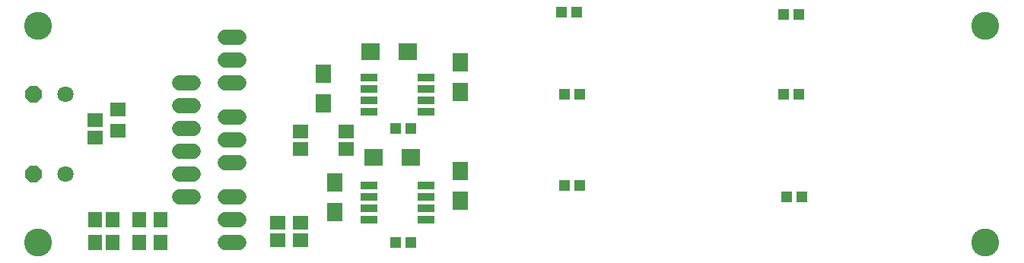
<source format=gts>
G75*
%MOIN*%
%OFA0B0*%
%FSLAX25Y25*%
%IPPOS*%
%LPD*%
%AMOC8*
5,1,8,0,0,1.08239X$1,22.5*
%
%ADD10C,0.12217*%
%ADD11R,0.07099X0.08280*%
%ADD12OC8,0.07100*%
%ADD13C,0.07100*%
%ADD14R,0.07887X0.07493*%
%ADD15R,0.07200X0.03200*%
%ADD16R,0.07099X0.06312*%
%ADD17R,0.06312X0.07099*%
%ADD18R,0.06706X0.05918*%
%ADD19R,0.05918X0.06706*%
%ADD20R,0.04737X0.05131*%
%ADD21C,0.06737*%
%ADD22C,0.06800*%
D10*
X0021800Y0036800D03*
X0021800Y0131800D03*
X0436800Y0131800D03*
X0436800Y0036800D03*
D11*
X0206800Y0055304D03*
X0206800Y0068296D03*
X0151800Y0063296D03*
X0151800Y0050304D03*
X0146800Y0097804D03*
X0146800Y0110796D03*
X0206800Y0115796D03*
X0206800Y0102804D03*
D12*
X0019800Y0101800D03*
X0019800Y0066800D03*
D13*
X0033800Y0066800D03*
X0033800Y0101800D03*
D14*
X0167479Y0120550D03*
X0183621Y0120550D03*
X0184871Y0074300D03*
X0168729Y0074300D03*
D15*
X0166800Y0061800D03*
X0166800Y0056800D03*
X0166800Y0051800D03*
X0166800Y0046800D03*
X0191800Y0046800D03*
X0191800Y0051800D03*
X0191800Y0056800D03*
X0191800Y0061800D03*
X0191800Y0094300D03*
X0191800Y0099300D03*
X0191800Y0104300D03*
X0191800Y0109300D03*
X0166800Y0109300D03*
X0166800Y0104300D03*
X0166800Y0099300D03*
X0166800Y0094300D03*
D16*
X0056800Y0095184D03*
X0056800Y0085916D03*
D17*
X0065916Y0046800D03*
X0075184Y0046800D03*
X0075184Y0036800D03*
X0065916Y0036800D03*
D18*
X0126800Y0037954D03*
X0136800Y0037954D03*
X0136800Y0045646D03*
X0126800Y0045646D03*
X0136800Y0077954D03*
X0156800Y0077954D03*
X0156800Y0085646D03*
X0136800Y0085646D03*
X0046800Y0082954D03*
X0046800Y0090646D03*
D19*
X0046704Y0046800D03*
X0054396Y0046800D03*
X0054396Y0036800D03*
X0046704Y0036800D03*
D20*
X0178454Y0036800D03*
X0185146Y0036800D03*
X0252204Y0061800D03*
X0258896Y0061800D03*
X0185146Y0086800D03*
X0178454Y0086800D03*
X0252204Y0101800D03*
X0258896Y0101800D03*
X0348454Y0101800D03*
X0355146Y0101800D03*
X0355146Y0136800D03*
X0348454Y0136800D03*
X0257646Y0138050D03*
X0250954Y0138050D03*
X0349704Y0056800D03*
X0356396Y0056800D03*
D21*
X0109769Y0056800D02*
X0103831Y0056800D01*
X0103831Y0046800D02*
X0109769Y0046800D01*
X0109769Y0036800D02*
X0103831Y0036800D01*
X0103831Y0071800D02*
X0109769Y0071800D01*
X0109769Y0081800D02*
X0103831Y0081800D01*
X0103831Y0091800D02*
X0109769Y0091800D01*
X0109769Y0106800D02*
X0103831Y0106800D01*
X0103831Y0116800D02*
X0109769Y0116800D01*
X0109769Y0126800D02*
X0103831Y0126800D01*
D22*
X0089800Y0106800D02*
X0083800Y0106800D01*
X0083800Y0096800D02*
X0089800Y0096800D01*
X0089800Y0086800D02*
X0083800Y0086800D01*
X0083800Y0076800D02*
X0089800Y0076800D01*
X0089800Y0066800D02*
X0083800Y0066800D01*
X0083800Y0056800D02*
X0089800Y0056800D01*
M02*

</source>
